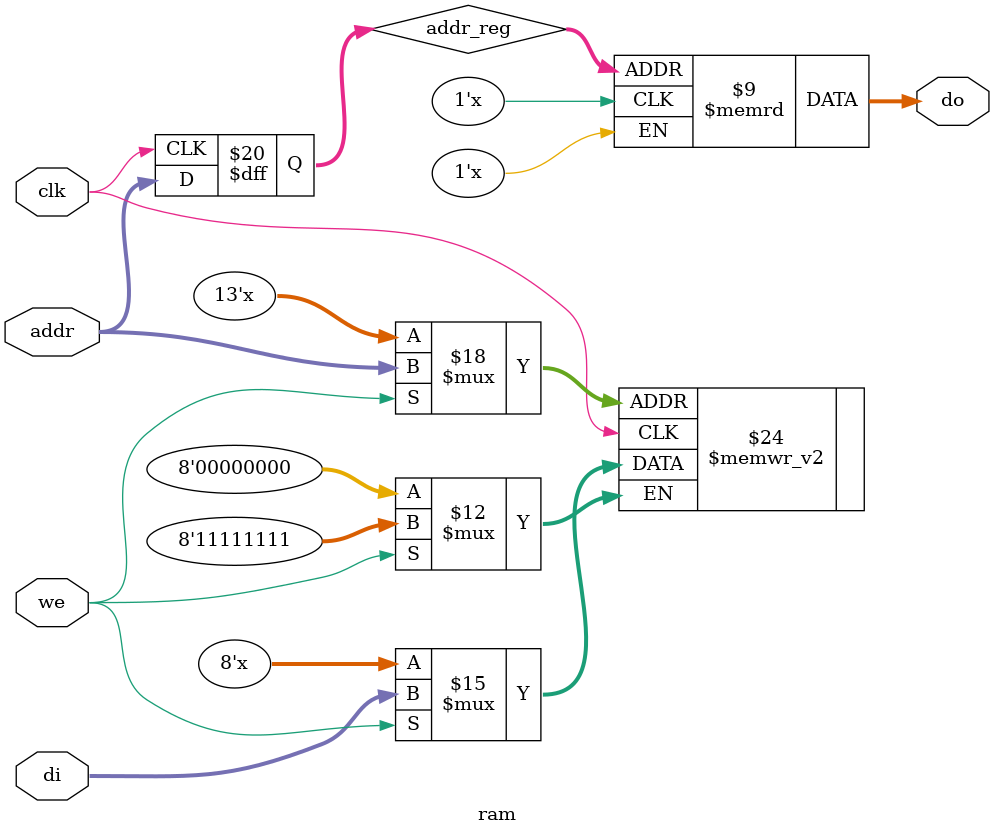
<source format=v>
/***************************************************************************
 *   Copyright (C) 2012 by Max Thrun                                       *
 *   Copyright (C) 2012 by Samir Silbak                                    *
 *                                                                         *
 *   (SSGoC) Sega Game Gear on a Chip                                      *
 *                                                                         *
 *   This program is free software; you can redistribute it and/or modify  *
 *   it under the terms of the GNU General Public License as published by  *
 *   the Free Software Foundation; either version 2 of the License, or     *
 *   (at your option) any later version.                                   *
 *                                                                         *
 *   This program is distributed in the hope that it will be useful,       *
 *   but WITHOUT ANY WARRANTY; without even the implied warranty of        *
 *   MERCHANTABILITY or FITNESS FOR A PARTICULAR PURPOSE.  See the         *
 *   GNU General Public License for more details.                          *
 *                                                                         *
 *   You should have received a copy of the GNU General Public License     *
 *   along with this program; if not, write to the                         *
 *   Free Software Foundation, Inc.,                                       *
 *   51 Franklin St, Fifth Floor, Boston, MA 02110-1301, USA.              *
 ***************************************************************************/

// http://www.altera.com/support/examples/verilog/ver-single-port-ram.html

module ram(
    input clk,
    input we,
    input [ADDR_BITS-1:0] addr,
    input [7:0] di,
    output [7:0] do
);

    parameter WIDTH     = 8;    // 8 bits wide
    parameter ADDR_BITS = 13;   // 2**13 (8KB) deep

    reg [WIDTH-1:0] ram[(2**ADDR_BITS)-1:0];

    reg [ADDR_BITS-1:0] addr_reg = 0;

    always @(posedge clk) begin

        // if write enable store new value
        if (we) ram[addr] <= di;

        // save this addr so we can continue to output it
        addr_reg <= addr;

    end

    // continuous assignment implies read returns NEW data
    // this is the natural behavior of the TriMatrix memory
    // blocks in single port mode
    assign do = ram[addr_reg];

endmodule

</source>
